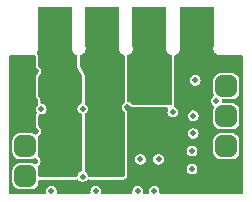
<source format=gbr>
%TF.GenerationSoftware,KiCad,Pcbnew,7.0.2-6a45011f42~172~ubuntu22.04.1*%
%TF.CreationDate,2023-05-29T23:07:21+12:00*%
%TF.ProjectId,THE_BRAWN-20A_POWER,5448455f-4252-4415-974e-2d3230415f50,v2.0*%
%TF.SameCoordinates,Original*%
%TF.FileFunction,Copper,L1,Top*%
%TF.FilePolarity,Positive*%
%FSLAX46Y46*%
G04 Gerber Fmt 4.6, Leading zero omitted, Abs format (unit mm)*
G04 Created by KiCad (PCBNEW 7.0.2-6a45011f42~172~ubuntu22.04.1) date 2023-05-29 23:07:21*
%MOMM*%
%LPD*%
G01*
G04 APERTURE LIST*
G04 Aperture macros list*
%AMRoundRect*
0 Rectangle with rounded corners*
0 $1 Rounding radius*
0 $2 $3 $4 $5 $6 $7 $8 $9 X,Y pos of 4 corners*
0 Add a 4 corners polygon primitive as box body*
4,1,4,$2,$3,$4,$5,$6,$7,$8,$9,$2,$3,0*
0 Add four circle primitives for the rounded corners*
1,1,$1+$1,$2,$3*
1,1,$1+$1,$4,$5*
1,1,$1+$1,$6,$7*
1,1,$1+$1,$8,$9*
0 Add four rect primitives between the rounded corners*
20,1,$1+$1,$2,$3,$4,$5,0*
20,1,$1+$1,$4,$5,$6,$7,0*
20,1,$1+$1,$6,$7,$8,$9,0*
20,1,$1+$1,$8,$9,$2,$3,0*%
G04 Aperture macros list end*
%TA.AperFunction,ComponentPad*%
%ADD10RoundRect,0.450000X-0.450000X-0.450000X0.450000X-0.450000X0.450000X0.450000X-0.450000X0.450000X0*%
%TD*%
%TA.AperFunction,ComponentPad*%
%ADD11C,2.000000*%
%TD*%
%TA.AperFunction,ConnectorPad*%
%ADD12R,3.000000X3.500000*%
%TD*%
%TA.AperFunction,ViaPad*%
%ADD13C,0.500000*%
%TD*%
G04 APERTURE END LIST*
D10*
%TO.P,J2,1,1*%
%TO.N,GND*%
X137000000Y-155500000D03*
%TO.P,J2,2,2*%
X137000000Y-158040000D03*
%TO.P,J2,3,3*%
%TO.N,/A_FET_N2*%
X137000000Y-160580000D03*
%TO.P,J2,4,4*%
%TO.N,/A_FET_N1*%
X137000000Y-163120000D03*
%TD*%
D11*
%TO.P,H4,1,1*%
%TO.N,/A_MOTOR-*%
X143500000Y-150500000D03*
D12*
X143500000Y-150500000D03*
%TD*%
D11*
%TO.P,H3,1,1*%
%TO.N,/A_MOTOR+*%
X139500000Y-150500000D03*
D12*
X139500000Y-150500000D03*
%TD*%
D11*
%TO.P,H2,1,1*%
%TO.N,GND*%
X151500000Y-150500000D03*
D12*
X151500000Y-150500000D03*
%TD*%
D10*
%TO.P,J1,1,1*%
%TO.N,/A_FET_N1_HS*%
X154000000Y-155500000D03*
%TO.P,J1,2,2*%
%TO.N,/A_FET_N2_HS*%
X154000000Y-158040000D03*
%TO.P,J1,3,3*%
%TO.N,VCC*%
X154000000Y-160580000D03*
%TO.P,J1,4,4*%
%TO.N,GND*%
X154000000Y-163120000D03*
%TD*%
D11*
%TO.P,H1,1,1*%
%TO.N,Net-(Q1-D)*%
X147500000Y-150500000D03*
D12*
X147500000Y-150500000D03*
%TD*%
D13*
%TO.N,/A_MOTOR+*%
X141200000Y-162800000D03*
X140300000Y-155300000D03*
X140600000Y-156800000D03*
X140600000Y-150500000D03*
X139400000Y-160800000D03*
X140300000Y-162300000D03*
X140000000Y-151850000D03*
X140000000Y-156800000D03*
X139400000Y-155800000D03*
X139100000Y-162300000D03*
X140600000Y-149150000D03*
X140000000Y-149150000D03*
X141200000Y-156800000D03*
X141200000Y-161800000D03*
X140000000Y-162800000D03*
X140600000Y-160800000D03*
X139400000Y-162800000D03*
X139700000Y-161300000D03*
X140600000Y-151850000D03*
X140000000Y-153500000D03*
X140000000Y-160800000D03*
X140600000Y-151250000D03*
X139700000Y-162300000D03*
X138800000Y-156800000D03*
X138400000Y-149150000D03*
X140000000Y-161800000D03*
X139000000Y-151850000D03*
X138400000Y-149750000D03*
X139400000Y-161800000D03*
X139000000Y-149150000D03*
X140600000Y-154800000D03*
X140300000Y-156300000D03*
X141200000Y-154800000D03*
X140000000Y-155800000D03*
X138400000Y-150500000D03*
X141200000Y-155800000D03*
X139100000Y-161300000D03*
X139700000Y-155300000D03*
X139100000Y-155300000D03*
X140600000Y-161800000D03*
X139400000Y-154800000D03*
X138400000Y-151250000D03*
X140300000Y-161300000D03*
X139700000Y-156300000D03*
X138400000Y-151850000D03*
X138800000Y-154800000D03*
X140600000Y-162800000D03*
X139100000Y-156300000D03*
X140900000Y-161300000D03*
X140600000Y-149750000D03*
X140600000Y-155800000D03*
X141200000Y-160800000D03*
X140900000Y-162300000D03*
X140900000Y-155300000D03*
X140000000Y-154800000D03*
X139400000Y-156800000D03*
X138800000Y-155800000D03*
X140900000Y-156300000D03*
%TO.N,/A_MOTOR-*%
X144950000Y-161800000D03*
X142400000Y-151850000D03*
X143150000Y-155800000D03*
X142400000Y-150500000D03*
X144650000Y-161300000D03*
X144350000Y-161800000D03*
X142400000Y-149750000D03*
X144350000Y-156800000D03*
X144600000Y-149750000D03*
X144950000Y-160800000D03*
X144050000Y-161300000D03*
X143000000Y-149150000D03*
X143150000Y-162800000D03*
X143150000Y-156800000D03*
X142850000Y-161300000D03*
X144050000Y-155300000D03*
X142550000Y-156800000D03*
X142400000Y-149150000D03*
X143750000Y-162800000D03*
X144000000Y-149150000D03*
X142400000Y-151250000D03*
X142550000Y-154800000D03*
X144350000Y-162800000D03*
X142550000Y-162800000D03*
X143450000Y-156300000D03*
X143750000Y-154800000D03*
X143450000Y-162300000D03*
X144050000Y-162300000D03*
X144350000Y-160800000D03*
X144000000Y-151850000D03*
X144950000Y-154800000D03*
X142850000Y-156300000D03*
X143150000Y-160800000D03*
X144650000Y-156300000D03*
X144650000Y-162300000D03*
X143000000Y-151850000D03*
X143450000Y-161300000D03*
X142550000Y-161800000D03*
X142550000Y-160800000D03*
X143750000Y-155800000D03*
X143450000Y-155300000D03*
X144950000Y-155800000D03*
X144350000Y-155800000D03*
X144950000Y-162800000D03*
X143000000Y-153500000D03*
X142850000Y-162300000D03*
X143150000Y-161800000D03*
X143750000Y-161800000D03*
X144600000Y-150500000D03*
X144600000Y-151250000D03*
X144050000Y-156300000D03*
X144650000Y-155300000D03*
X144600000Y-151850000D03*
X144950000Y-156800000D03*
X143750000Y-160800000D03*
X143750000Y-156800000D03*
X142550000Y-155800000D03*
X142850000Y-155300000D03*
X143150000Y-154800000D03*
X144600000Y-149150000D03*
X144350000Y-154800000D03*
%TO.N,VCC*%
X149475000Y-157700000D03*
%TO.N,GND*%
X137820230Y-161849775D03*
X152600000Y-150500000D03*
X135950000Y-153200000D03*
X154900000Y-159300000D03*
X136100000Y-161850000D03*
X152700000Y-164400000D03*
X151000000Y-151850000D03*
X145150000Y-164400000D03*
X152000000Y-149150000D03*
X136125000Y-159300000D03*
X153150000Y-161850000D03*
X152000000Y-164400000D03*
X141400000Y-164400000D03*
X150400000Y-149750000D03*
X138300000Y-164400000D03*
X150400000Y-149150000D03*
X152600000Y-149750000D03*
X139900000Y-164400000D03*
X152000000Y-151850000D03*
X140650000Y-164400000D03*
X142250000Y-164400000D03*
X154900000Y-161850000D03*
X145800000Y-164400000D03*
X155000000Y-153200000D03*
X155050000Y-164300000D03*
X154900000Y-156775000D03*
X152600000Y-151250000D03*
X137850000Y-154250000D03*
X149900000Y-164400000D03*
X148599503Y-164400000D03*
X153100000Y-154250000D03*
X150400000Y-151850000D03*
X150400000Y-150500000D03*
X152600000Y-149150000D03*
X136075000Y-156775000D03*
X151000000Y-149150000D03*
X137850000Y-159300000D03*
X151000000Y-153500000D03*
X150600000Y-164400000D03*
X152600000Y-151850000D03*
X147200498Y-164400000D03*
X153150000Y-159300000D03*
X145625000Y-157285000D03*
X150400000Y-151250000D03*
X151300000Y-164400000D03*
X149250000Y-164400000D03*
X136075000Y-154250000D03*
X143825000Y-164400000D03*
X135950000Y-164300000D03*
X144500000Y-164400000D03*
X154900000Y-154250000D03*
X137825000Y-156775000D03*
%TO.N,/A_FET_P1*%
X138336801Y-157439387D03*
X146725000Y-161700000D03*
X151200000Y-159500000D03*
%TO.N,/A_FET_N1*%
X151100000Y-161000000D03*
X139200000Y-164400000D03*
%TO.N,/A_FET_N1_HS*%
X151374500Y-155000000D03*
X146500000Y-164400000D03*
%TO.N,/A_FET_N2_HS*%
X147900001Y-164400000D03*
X153147731Y-156754538D03*
%TO.N,/A_FET_P2*%
X151200000Y-158000000D03*
X148275000Y-161700000D03*
X141850000Y-157400000D03*
%TO.N,/A_FET_N2*%
X141842774Y-163152480D03*
X142950000Y-164400000D03*
X151100000Y-162500000D03*
%TO.N,Net-(Q1-D)*%
X147850000Y-156300000D03*
X148750000Y-154800000D03*
X146950000Y-154800000D03*
X146350000Y-155800000D03*
X147950000Y-151850000D03*
X148450000Y-156300000D03*
X146650000Y-155300000D03*
X148550000Y-150500000D03*
X148550000Y-151850000D03*
X146950000Y-156800000D03*
X146350000Y-151250000D03*
X146950000Y-149150000D03*
X147550000Y-156800000D03*
X148550000Y-149750000D03*
X148150000Y-156800000D03*
X146350000Y-149150000D03*
X146350000Y-151850000D03*
X148450000Y-155300000D03*
X146350000Y-149750000D03*
X146950000Y-151850000D03*
X146350000Y-154800000D03*
X148750000Y-155800000D03*
X148150000Y-154800000D03*
X146350000Y-150500000D03*
X146650000Y-156300000D03*
X147250000Y-156300000D03*
X147850000Y-155300000D03*
X147250000Y-155300000D03*
X147550000Y-155800000D03*
X148750000Y-156800000D03*
X148550000Y-151250000D03*
X147950000Y-149150000D03*
X148150000Y-155800000D03*
X148550000Y-149150000D03*
X147550000Y-154800000D03*
X146350000Y-156800000D03*
X148000000Y-153500000D03*
X146950000Y-155800000D03*
%TD*%
%TA.AperFunction,Conductor*%
%TO.N,/A_MOTOR+*%
G36*
X140842539Y-148870185D02*
G01*
X140888294Y-148922989D01*
X140899500Y-148974500D01*
X140899500Y-152317660D01*
X140929610Y-152449587D01*
X140988324Y-152571505D01*
X140988325Y-152571507D01*
X141072695Y-152677305D01*
X141178493Y-152761675D01*
X141300412Y-152820389D01*
X141300414Y-152820389D01*
X141313001Y-152826451D01*
X141312337Y-152827827D01*
X141359068Y-152853965D01*
X141391928Y-152915625D01*
X141394500Y-152940750D01*
X141394500Y-152942005D01*
X141394500Y-153770727D01*
X141394916Y-153774300D01*
X141399168Y-153810821D01*
X141400000Y-153825161D01*
X141400000Y-153900000D01*
X141781409Y-154662818D01*
X141794500Y-154718272D01*
X141794500Y-156853951D01*
X141774815Y-156920990D01*
X141722011Y-156966745D01*
X141705434Y-156972928D01*
X141660931Y-156985994D01*
X141551950Y-157056033D01*
X141467118Y-157153935D01*
X141413302Y-157271773D01*
X141394867Y-157400000D01*
X141413302Y-157528226D01*
X141467118Y-157646064D01*
X141501247Y-157685451D01*
X141551951Y-157743967D01*
X141660931Y-157814004D01*
X141705433Y-157827070D01*
X141764211Y-157864843D01*
X141793238Y-157928399D01*
X141794500Y-157946048D01*
X141794500Y-162604309D01*
X141774815Y-162671348D01*
X141722011Y-162717103D01*
X141705435Y-162723286D01*
X141653705Y-162738475D01*
X141544724Y-162808513D01*
X141459892Y-162906415D01*
X141406076Y-163024253D01*
X141396100Y-163093646D01*
X141367075Y-163157202D01*
X141308297Y-163194977D01*
X141273362Y-163200000D01*
X138224500Y-163200000D01*
X138157461Y-163180315D01*
X138111706Y-163127511D01*
X138100500Y-163076000D01*
X138100500Y-162606751D01*
X138100500Y-162606750D01*
X138100500Y-162604306D01*
X138100308Y-162601870D01*
X138100213Y-162599443D01*
X138100323Y-162601315D01*
X138100000Y-162593078D01*
X138100000Y-162261086D01*
X138119685Y-162194047D01*
X138130287Y-162179884D01*
X138203111Y-162095839D01*
X138203110Y-162095839D01*
X138203112Y-162095838D01*
X138256927Y-161978001D01*
X138275363Y-161849775D01*
X138256927Y-161721549D01*
X138238180Y-161680500D01*
X138203112Y-161603712D01*
X138130286Y-161519665D01*
X138101262Y-161456109D01*
X138100000Y-161438463D01*
X138100000Y-161106922D01*
X138100323Y-161098691D01*
X138100213Y-161100558D01*
X138100308Y-161098129D01*
X138100500Y-161095694D01*
X138100500Y-160064306D01*
X138100308Y-160061870D01*
X138100213Y-160059443D01*
X138100323Y-160061315D01*
X138100000Y-160053078D01*
X138100000Y-159742555D01*
X138119685Y-159675516D01*
X138137116Y-159658086D01*
X138136373Y-159657442D01*
X138175818Y-159611919D01*
X138232882Y-159546063D01*
X138286697Y-159428226D01*
X138305133Y-159300000D01*
X138286697Y-159171774D01*
X138272414Y-159140500D01*
X138232882Y-159053937D01*
X138136374Y-158942559D01*
X138138629Y-158940604D01*
X138111203Y-158908949D01*
X138100000Y-158857444D01*
X138100000Y-158566922D01*
X138100323Y-158558691D01*
X138100213Y-158560558D01*
X138100308Y-158558129D01*
X138100500Y-158555694D01*
X138100500Y-158005165D01*
X138120185Y-157938127D01*
X138172989Y-157892372D01*
X138242147Y-157882428D01*
X138259432Y-157886188D01*
X138272029Y-157889887D01*
X138401574Y-157889887D01*
X138525869Y-157853392D01*
X138573103Y-157823036D01*
X138634850Y-157783354D01*
X138719683Y-157685450D01*
X138773498Y-157567613D01*
X138791934Y-157439387D01*
X138773498Y-157311161D01*
X138755510Y-157271774D01*
X138719682Y-157193322D01*
X138634850Y-157095420D01*
X138525869Y-157025381D01*
X138401574Y-156988887D01*
X138401573Y-156988887D01*
X138392485Y-156988887D01*
X138325446Y-156969202D01*
X138279691Y-156916398D01*
X138269747Y-156847241D01*
X138273731Y-156819520D01*
X138280133Y-156775000D01*
X138261697Y-156646774D01*
X138207882Y-156528937D01*
X138130286Y-156439385D01*
X138101262Y-156375829D01*
X138100000Y-156358183D01*
X138100000Y-156026922D01*
X138100323Y-156018691D01*
X138100213Y-156020558D01*
X138100308Y-156018129D01*
X138100500Y-156015694D01*
X138100500Y-154984306D01*
X138100308Y-154981870D01*
X138100213Y-154979443D01*
X138100323Y-154981315D01*
X138100000Y-154973078D01*
X138100000Y-154692555D01*
X138119685Y-154625516D01*
X138137116Y-154608086D01*
X138136373Y-154607442D01*
X138148049Y-154593967D01*
X138232882Y-154496063D01*
X138286697Y-154378226D01*
X138305133Y-154250000D01*
X138286697Y-154121774D01*
X138232882Y-154003937D01*
X138148049Y-153906033D01*
X138136374Y-153892559D01*
X138138629Y-153890604D01*
X138111203Y-153858949D01*
X138100000Y-153807444D01*
X138100000Y-152900000D01*
X137983478Y-152783478D01*
X137949993Y-152722155D01*
X137954977Y-152652463D01*
X137974209Y-152618488D01*
X138011675Y-152571507D01*
X138070389Y-152449588D01*
X138100500Y-152317660D01*
X138100500Y-152250000D01*
X138100500Y-152223071D01*
X138100500Y-148974500D01*
X138120185Y-148907461D01*
X138172989Y-148861706D01*
X138224500Y-148850500D01*
X140775500Y-148850500D01*
X140842539Y-148870185D01*
G37*
%TD.AperFunction*%
%TD*%
%TA.AperFunction,Conductor*%
%TO.N,/A_MOTOR-*%
G36*
X144842539Y-148870185D02*
G01*
X144888294Y-148922989D01*
X144899500Y-148974500D01*
X144899500Y-152317660D01*
X144929610Y-152449587D01*
X144988324Y-152571505D01*
X144988325Y-152571507D01*
X145072695Y-152677305D01*
X145178493Y-152761675D01*
X145300412Y-152820389D01*
X145303590Y-152821114D01*
X145364567Y-152855219D01*
X145397428Y-152916879D01*
X145400000Y-152942005D01*
X145400000Y-156826378D01*
X145380315Y-156893417D01*
X145343042Y-156930691D01*
X145333782Y-156936642D01*
X145326949Y-156941034D01*
X145242118Y-157038935D01*
X145188302Y-157156773D01*
X145169867Y-157285000D01*
X145188302Y-157413226D01*
X145242117Y-157531062D01*
X145326951Y-157628967D01*
X145343039Y-157639306D01*
X145388794Y-157692110D01*
X145400000Y-157743622D01*
X145400000Y-163076000D01*
X145380315Y-163143039D01*
X145327511Y-163188794D01*
X145276000Y-163200000D01*
X142412186Y-163200000D01*
X142345147Y-163180315D01*
X142299392Y-163127511D01*
X142289448Y-163093646D01*
X142279471Y-163024253D01*
X142225655Y-162906415D01*
X142140823Y-162808513D01*
X142056960Y-162754617D01*
X142011205Y-162701813D01*
X142000000Y-162650302D01*
X142000000Y-157906821D01*
X142019685Y-157839782D01*
X142056961Y-157802506D01*
X142094886Y-157778132D01*
X142148049Y-157743967D01*
X142232882Y-157646063D01*
X142286697Y-157528226D01*
X142305133Y-157400000D01*
X142286697Y-157271774D01*
X142276981Y-157250500D01*
X142232881Y-157153935D01*
X142148048Y-157056032D01*
X142056961Y-156997494D01*
X142011206Y-156944690D01*
X142000000Y-156893179D01*
X142000000Y-154599999D01*
X141613091Y-153826181D01*
X141600000Y-153770727D01*
X141600000Y-152942005D01*
X141619685Y-152874966D01*
X141672489Y-152829211D01*
X141696403Y-152821115D01*
X141699588Y-152820389D01*
X141821507Y-152761675D01*
X141927305Y-152677305D01*
X142011675Y-152571507D01*
X142070389Y-152449588D01*
X142100500Y-152317660D01*
X142100500Y-152250000D01*
X142100500Y-152223071D01*
X142100500Y-148974500D01*
X142120185Y-148907461D01*
X142172989Y-148861706D01*
X142224500Y-148850500D01*
X144775500Y-148850500D01*
X144842539Y-148870185D01*
G37*
%TD.AperFunction*%
%TD*%
%TA.AperFunction,Conductor*%
%TO.N,GND*%
G36*
X152842539Y-148870185D02*
G01*
X152888294Y-148922989D01*
X152899500Y-148974500D01*
X152899500Y-152317660D01*
X152929610Y-152449587D01*
X152988324Y-152571505D01*
X152988325Y-152571507D01*
X153072695Y-152677305D01*
X153178493Y-152761675D01*
X153300411Y-152820388D01*
X153300412Y-152820389D01*
X153432339Y-152850500D01*
X153432340Y-152850500D01*
X153484083Y-152850500D01*
X155275500Y-152850500D01*
X155342539Y-152870185D01*
X155388294Y-152922989D01*
X155399500Y-152974500D01*
X155399500Y-164525500D01*
X155379815Y-164592539D01*
X155327011Y-164638294D01*
X155275500Y-164649500D01*
X148462365Y-164649500D01*
X148395326Y-164629815D01*
X148349571Y-164577011D01*
X148339627Y-164507853D01*
X148355134Y-164400000D01*
X148336698Y-164271774D01*
X148311956Y-164217598D01*
X148282882Y-164153935D01*
X148198050Y-164056033D01*
X148089069Y-163985994D01*
X147964774Y-163949500D01*
X147964773Y-163949500D01*
X147835229Y-163949500D01*
X147835228Y-163949500D01*
X147710932Y-163985994D01*
X147601951Y-164056033D01*
X147517119Y-164153935D01*
X147463303Y-164271773D01*
X147444868Y-164399999D01*
X147460375Y-164507853D01*
X147450431Y-164577012D01*
X147404676Y-164629816D01*
X147337637Y-164649500D01*
X147062364Y-164649500D01*
X146995325Y-164629815D01*
X146949570Y-164577011D01*
X146939626Y-164507853D01*
X146955133Y-164400000D01*
X146936697Y-164271774D01*
X146911955Y-164217598D01*
X146882881Y-164153935D01*
X146798049Y-164056033D01*
X146689068Y-163985994D01*
X146564773Y-163949500D01*
X146564772Y-163949500D01*
X146435228Y-163949500D01*
X146435227Y-163949500D01*
X146310931Y-163985994D01*
X146201950Y-164056033D01*
X146117118Y-164153935D01*
X146063302Y-164271773D01*
X146044867Y-164399999D01*
X146060374Y-164507853D01*
X146050430Y-164577012D01*
X146004675Y-164629816D01*
X145937636Y-164649500D01*
X143512364Y-164649500D01*
X143445325Y-164629815D01*
X143399570Y-164577011D01*
X143389626Y-164507853D01*
X143405133Y-164400000D01*
X143386697Y-164271774D01*
X143361955Y-164217598D01*
X143332881Y-164153935D01*
X143248049Y-164056033D01*
X143139068Y-163985994D01*
X143014773Y-163949500D01*
X143014772Y-163949500D01*
X142885228Y-163949500D01*
X142885227Y-163949500D01*
X142760931Y-163985994D01*
X142651950Y-164056033D01*
X142567118Y-164153935D01*
X142513302Y-164271773D01*
X142494867Y-164399999D01*
X142510374Y-164507853D01*
X142500430Y-164577012D01*
X142454675Y-164629816D01*
X142387636Y-164649500D01*
X139762364Y-164649500D01*
X139695325Y-164629815D01*
X139649570Y-164577011D01*
X139639626Y-164507853D01*
X139655133Y-164400000D01*
X139636697Y-164271774D01*
X139611955Y-164217598D01*
X139582881Y-164153935D01*
X139498049Y-164056033D01*
X139389068Y-163985994D01*
X139264773Y-163949500D01*
X139264772Y-163949500D01*
X139135228Y-163949500D01*
X139135227Y-163949500D01*
X139010931Y-163985994D01*
X138901950Y-164056033D01*
X138817118Y-164153935D01*
X138763302Y-164271773D01*
X138744867Y-164399999D01*
X138760374Y-164507853D01*
X138750430Y-164577012D01*
X138704675Y-164629816D01*
X138637636Y-164649500D01*
X135724500Y-164649500D01*
X135657461Y-164629815D01*
X135611706Y-164577011D01*
X135600500Y-164525500D01*
X135600500Y-152974500D01*
X135620185Y-152907461D01*
X135672989Y-152861706D01*
X135724500Y-152850500D01*
X137567659Y-152850500D01*
X137567660Y-152850500D01*
X137670284Y-152827077D01*
X137740020Y-152831350D01*
X137796378Y-152872649D01*
X137797934Y-152875043D01*
X137838166Y-152928786D01*
X137838167Y-152928787D01*
X137838168Y-152928788D01*
X137858181Y-152948801D01*
X137891666Y-153010122D01*
X137894500Y-153036482D01*
X137894500Y-153807444D01*
X137894852Y-153810722D01*
X137894853Y-153810734D01*
X137898839Y-153847815D01*
X137898840Y-153847824D01*
X137899195Y-153851122D01*
X137899901Y-153854370D01*
X137899902Y-153854373D01*
X137910398Y-153902627D01*
X137910765Y-153904172D01*
X137912871Y-153912775D01*
X137955889Y-153993514D01*
X137965608Y-154004731D01*
X137980708Y-154026719D01*
X138046553Y-154102710D01*
X138065631Y-154132396D01*
X138080087Y-154164050D01*
X138090031Y-154197915D01*
X138094982Y-154232354D01*
X138094982Y-154267644D01*
X138090031Y-154302083D01*
X138080087Y-154335951D01*
X138065633Y-154367600D01*
X138046553Y-154397288D01*
X137981065Y-154472868D01*
X137984015Y-154469267D01*
X137975515Y-154479048D01*
X137974890Y-154479689D01*
X137974379Y-154480201D01*
X137973835Y-154480773D01*
X137973335Y-154481287D01*
X137967167Y-154487781D01*
X137922509Y-154567618D01*
X137909660Y-154611378D01*
X137902825Y-154634657D01*
X137894500Y-154692555D01*
X137894500Y-154973078D01*
X137894552Y-154975777D01*
X137894457Y-154976944D01*
X137894905Y-154988373D01*
X137895000Y-154993225D01*
X137895000Y-156007251D01*
X137894918Y-156011275D01*
X137894870Y-156012527D01*
X137894885Y-156012611D01*
X137894454Y-156023248D01*
X137894548Y-156024463D01*
X137894500Y-156026922D01*
X137894500Y-156351865D01*
X137894500Y-156358192D01*
X137894559Y-156360402D01*
X137895024Y-156372842D01*
X137895162Y-156375043D01*
X137896274Y-156390442D01*
X137914331Y-156461195D01*
X137943354Y-156524749D01*
X137974979Y-156573960D01*
X138021552Y-156627709D01*
X138040631Y-156657396D01*
X138055087Y-156689050D01*
X138065031Y-156722915D01*
X138069982Y-156757355D01*
X138069983Y-156792642D01*
X138066338Y-156817999D01*
X138066338Y-156876487D01*
X138076013Y-156943774D01*
X138076017Y-156943800D01*
X138076283Y-156945646D01*
X138076661Y-156947477D01*
X138076666Y-156947501D01*
X138081975Y-156973161D01*
X138076279Y-157042798D01*
X138047971Y-157079818D01*
X138050427Y-157081946D01*
X137953919Y-157193322D01*
X137900103Y-157311160D01*
X137881668Y-157439386D01*
X137900103Y-157567613D01*
X137961325Y-157701667D01*
X137957579Y-157703377D01*
X137973373Y-157737951D01*
X137963436Y-157807110D01*
X137958857Y-157816143D01*
X137923011Y-157880226D01*
X137923010Y-157880228D01*
X137923010Y-157880229D01*
X137903325Y-157947267D01*
X137895743Y-158000000D01*
X137895000Y-158005168D01*
X137895000Y-158547251D01*
X137894918Y-158551275D01*
X137894870Y-158552527D01*
X137894885Y-158552611D01*
X137894454Y-158563248D01*
X137894548Y-158564463D01*
X137894500Y-158566922D01*
X137894500Y-158857444D01*
X137894852Y-158860722D01*
X137894853Y-158860734D01*
X137898839Y-158897815D01*
X137898840Y-158897824D01*
X137899195Y-158901122D01*
X137899901Y-158904370D01*
X137899902Y-158904373D01*
X137910398Y-158952627D01*
X137910765Y-158954172D01*
X137912871Y-158962775D01*
X137912884Y-158962799D01*
X137955889Y-159043514D01*
X137961075Y-159049500D01*
X137965608Y-159054731D01*
X137980708Y-159076719D01*
X138046553Y-159152710D01*
X138065631Y-159182396D01*
X138080087Y-159214050D01*
X138090031Y-159247915D01*
X138094982Y-159282354D01*
X138094982Y-159317644D01*
X138090031Y-159352083D01*
X138080087Y-159385951D01*
X138065633Y-159417600D01*
X138046553Y-159447288D01*
X137981065Y-159522868D01*
X137984015Y-159519267D01*
X137975515Y-159529048D01*
X137974890Y-159529689D01*
X137974379Y-159530201D01*
X137973835Y-159530773D01*
X137973335Y-159531287D01*
X137956427Y-159549093D01*
X137955104Y-159547836D01*
X137919440Y-159582775D01*
X137851018Y-159596926D01*
X137798013Y-159580071D01*
X137710398Y-159528256D01*
X137710397Y-159528255D01*
X137710396Y-159528255D01*
X137552572Y-159482402D01*
X137518128Y-159479691D01*
X137518114Y-159479690D01*
X137515694Y-159479500D01*
X136484306Y-159479500D01*
X136481886Y-159479690D01*
X136481871Y-159479691D01*
X136447427Y-159482402D01*
X136289602Y-159528255D01*
X136148134Y-159611919D01*
X136031919Y-159728134D01*
X135948255Y-159869602D01*
X135902402Y-160027427D01*
X135899691Y-160061871D01*
X135899690Y-160061886D01*
X135899500Y-160064306D01*
X135899500Y-161095694D01*
X135899690Y-161098114D01*
X135899691Y-161098128D01*
X135902402Y-161132572D01*
X135948255Y-161290397D01*
X135948256Y-161290398D01*
X136031919Y-161431865D01*
X136148135Y-161548081D01*
X136188198Y-161571774D01*
X136289602Y-161631744D01*
X136447427Y-161677597D01*
X136447431Y-161677598D01*
X136484306Y-161680500D01*
X136486751Y-161680500D01*
X137513249Y-161680500D01*
X137515694Y-161680500D01*
X137552569Y-161677598D01*
X137710398Y-161631744D01*
X137788798Y-161585378D01*
X137856520Y-161568195D01*
X137922782Y-161590354D01*
X137956234Y-161625072D01*
X137974977Y-161654238D01*
X138016782Y-161702484D01*
X138035861Y-161732171D01*
X138050317Y-161763825D01*
X138060261Y-161797690D01*
X138065212Y-161832129D01*
X138065212Y-161867420D01*
X138060261Y-161901857D01*
X138050316Y-161935724D01*
X138035859Y-161967379D01*
X138016781Y-161997066D01*
X137974979Y-162045311D01*
X137974918Y-162045385D01*
X137973563Y-162047036D01*
X137965774Y-162056735D01*
X137964440Y-162058485D01*
X137948524Y-162079780D01*
X137945231Y-162077315D01*
X137912054Y-162112851D01*
X137844330Y-162130036D01*
X137785808Y-162112853D01*
X137710397Y-162068255D01*
X137552572Y-162022402D01*
X137518128Y-162019691D01*
X137518114Y-162019690D01*
X137515694Y-162019500D01*
X136484306Y-162019500D01*
X136481886Y-162019690D01*
X136481871Y-162019691D01*
X136447427Y-162022402D01*
X136289602Y-162068255D01*
X136148134Y-162151919D01*
X136031919Y-162268134D01*
X135948255Y-162409602D01*
X135902402Y-162567427D01*
X135899691Y-162601871D01*
X135899690Y-162601886D01*
X135899500Y-162604306D01*
X135899500Y-163635694D01*
X135899690Y-163638114D01*
X135899691Y-163638128D01*
X135902402Y-163672572D01*
X135948255Y-163830397D01*
X135948256Y-163830398D01*
X136031919Y-163971865D01*
X136148135Y-164088081D01*
X136259492Y-164153937D01*
X136289602Y-164171744D01*
X136447427Y-164217597D01*
X136447431Y-164217598D01*
X136484306Y-164220500D01*
X136486751Y-164220500D01*
X137513249Y-164220500D01*
X137515694Y-164220500D01*
X137552569Y-164217598D01*
X137710398Y-164171744D01*
X137851865Y-164088081D01*
X137968081Y-163971865D01*
X138051744Y-163830398D01*
X138097598Y-163672569D01*
X138100500Y-163635694D01*
X138100500Y-163529499D01*
X138120185Y-163462461D01*
X138172989Y-163416706D01*
X138224500Y-163405500D01*
X141271148Y-163405500D01*
X141273362Y-163405500D01*
X141302608Y-163403408D01*
X141337543Y-163398385D01*
X141349235Y-163394023D01*
X141418925Y-163389037D01*
X141480250Y-163422519D01*
X141486263Y-163428978D01*
X141544725Y-163496447D01*
X141587361Y-163523848D01*
X141653705Y-163566485D01*
X141778001Y-163602980D01*
X141778002Y-163602980D01*
X141907547Y-163602980D01*
X142031842Y-163566485D01*
X142051313Y-163553971D01*
X142140823Y-163496447D01*
X142200506Y-163427568D01*
X142259280Y-163389794D01*
X142329147Y-163389793D01*
X142354288Y-163397175D01*
X142412186Y-163405500D01*
X142412190Y-163405500D01*
X145272678Y-163405500D01*
X145276000Y-163405500D01*
X145319684Y-163400803D01*
X145371195Y-163389597D01*
X145372732Y-163389232D01*
X145381350Y-163387121D01*
X145381368Y-163387111D01*
X145381373Y-163387110D01*
X145462085Y-163344100D01*
X145514889Y-163298345D01*
X145532843Y-163280754D01*
X145577490Y-163200937D01*
X145597175Y-163133898D01*
X145605500Y-163076000D01*
X145605500Y-162500000D01*
X150644867Y-162500000D01*
X150663302Y-162628226D01*
X150717118Y-162746064D01*
X150801950Y-162843966D01*
X150801951Y-162843967D01*
X150830640Y-162862404D01*
X150910931Y-162914005D01*
X151035227Y-162950500D01*
X151035228Y-162950500D01*
X151164773Y-162950500D01*
X151289068Y-162914005D01*
X151317758Y-162895566D01*
X151398049Y-162843967D01*
X151482882Y-162746063D01*
X151536697Y-162628226D01*
X151555133Y-162500000D01*
X151536697Y-162371774D01*
X151482882Y-162253937D01*
X151482881Y-162253936D01*
X151482881Y-162253935D01*
X151398049Y-162156033D01*
X151289068Y-162085994D01*
X151164773Y-162049500D01*
X151164772Y-162049500D01*
X151035228Y-162049500D01*
X151035227Y-162049500D01*
X150910931Y-162085994D01*
X150801950Y-162156033D01*
X150717118Y-162253935D01*
X150663302Y-162371773D01*
X150644867Y-162500000D01*
X145605500Y-162500000D01*
X145605500Y-161700000D01*
X146269867Y-161700000D01*
X146288302Y-161828226D01*
X146342118Y-161946064D01*
X146405916Y-162019691D01*
X146426951Y-162043967D01*
X146449542Y-162058485D01*
X146535931Y-162114005D01*
X146660227Y-162150500D01*
X146660228Y-162150500D01*
X146789773Y-162150500D01*
X146914068Y-162114005D01*
X146957650Y-162085996D01*
X147023049Y-162043967D01*
X147107882Y-161946063D01*
X147161697Y-161828226D01*
X147180133Y-161700000D01*
X147819867Y-161700000D01*
X147838302Y-161828226D01*
X147892118Y-161946064D01*
X147955916Y-162019691D01*
X147976951Y-162043967D01*
X147999542Y-162058485D01*
X148085931Y-162114005D01*
X148210227Y-162150500D01*
X148210228Y-162150500D01*
X148339773Y-162150500D01*
X148464068Y-162114005D01*
X148507650Y-162085996D01*
X148573049Y-162043967D01*
X148657882Y-161946063D01*
X148711697Y-161828226D01*
X148730133Y-161700000D01*
X148711697Y-161571774D01*
X148700876Y-161548080D01*
X148657881Y-161453935D01*
X148573049Y-161356033D01*
X148464068Y-161285994D01*
X148339773Y-161249500D01*
X148339772Y-161249500D01*
X148210228Y-161249500D01*
X148210227Y-161249500D01*
X148085931Y-161285994D01*
X147976950Y-161356033D01*
X147892118Y-161453935D01*
X147838302Y-161571773D01*
X147819867Y-161700000D01*
X147180133Y-161700000D01*
X147161697Y-161571774D01*
X147150876Y-161548080D01*
X147107881Y-161453935D01*
X147023049Y-161356033D01*
X146914068Y-161285994D01*
X146789773Y-161249500D01*
X146789772Y-161249500D01*
X146660228Y-161249500D01*
X146660227Y-161249500D01*
X146535931Y-161285994D01*
X146426950Y-161356033D01*
X146342118Y-161453935D01*
X146288302Y-161571773D01*
X146269867Y-161700000D01*
X145605500Y-161700000D01*
X145605500Y-161000000D01*
X150644867Y-161000000D01*
X150663302Y-161128226D01*
X150717118Y-161246064D01*
X150801950Y-161343966D01*
X150801951Y-161343967D01*
X150820726Y-161356033D01*
X150910931Y-161414005D01*
X151035227Y-161450500D01*
X151035228Y-161450500D01*
X151164773Y-161450500D01*
X151289068Y-161414005D01*
X151317758Y-161395566D01*
X151398049Y-161343967D01*
X151482882Y-161246063D01*
X151536697Y-161128226D01*
X151541374Y-161095694D01*
X152899500Y-161095694D01*
X152899690Y-161098114D01*
X152899691Y-161098128D01*
X152902402Y-161132572D01*
X152948255Y-161290397D01*
X152948256Y-161290398D01*
X153031919Y-161431865D01*
X153148135Y-161548081D01*
X153188198Y-161571774D01*
X153289602Y-161631744D01*
X153447427Y-161677597D01*
X153447431Y-161677598D01*
X153484306Y-161680500D01*
X153486751Y-161680500D01*
X154513249Y-161680500D01*
X154515694Y-161680500D01*
X154552569Y-161677598D01*
X154710398Y-161631744D01*
X154851865Y-161548081D01*
X154968081Y-161431865D01*
X155051744Y-161290398D01*
X155097598Y-161132569D01*
X155100500Y-161095694D01*
X155100500Y-160064306D01*
X155097598Y-160027431D01*
X155051744Y-159869602D01*
X154968081Y-159728135D01*
X154851865Y-159611919D01*
X154745632Y-159549093D01*
X154710397Y-159528255D01*
X154552572Y-159482402D01*
X154518128Y-159479691D01*
X154518114Y-159479690D01*
X154515694Y-159479500D01*
X153484306Y-159479500D01*
X153481886Y-159479690D01*
X153481871Y-159479691D01*
X153447427Y-159482402D01*
X153289602Y-159528255D01*
X153148134Y-159611919D01*
X153031919Y-159728134D01*
X152948255Y-159869602D01*
X152902402Y-160027427D01*
X152899691Y-160061871D01*
X152899690Y-160061886D01*
X152899500Y-160064306D01*
X152899500Y-161095694D01*
X151541374Y-161095694D01*
X151555133Y-161000000D01*
X151536697Y-160871774D01*
X151482882Y-160753937D01*
X151482881Y-160753936D01*
X151482881Y-160753935D01*
X151398049Y-160656033D01*
X151289068Y-160585994D01*
X151164773Y-160549500D01*
X151164772Y-160549500D01*
X151035228Y-160549500D01*
X151035227Y-160549500D01*
X150910931Y-160585994D01*
X150801950Y-160656033D01*
X150717118Y-160753935D01*
X150663302Y-160871773D01*
X150644867Y-161000000D01*
X145605500Y-161000000D01*
X145605500Y-159500000D01*
X150744867Y-159500000D01*
X150763302Y-159628226D01*
X150817118Y-159746064D01*
X150901950Y-159843966D01*
X150901951Y-159843967D01*
X150930640Y-159862404D01*
X151010931Y-159914005D01*
X151135227Y-159950500D01*
X151135228Y-159950500D01*
X151264773Y-159950500D01*
X151389068Y-159914005D01*
X151417758Y-159895566D01*
X151498049Y-159843967D01*
X151582882Y-159746063D01*
X151636697Y-159628226D01*
X151655133Y-159500000D01*
X151636697Y-159371774D01*
X151635764Y-159369732D01*
X151582881Y-159253935D01*
X151498049Y-159156033D01*
X151389068Y-159085994D01*
X151264773Y-159049500D01*
X151264772Y-159049500D01*
X151135228Y-159049500D01*
X151135227Y-159049500D01*
X151010931Y-159085994D01*
X150901950Y-159156033D01*
X150817118Y-159253935D01*
X150763302Y-159371773D01*
X150744867Y-159500000D01*
X145605500Y-159500000D01*
X145605500Y-157743622D01*
X145600803Y-157699939D01*
X145589597Y-157648427D01*
X145589230Y-157646881D01*
X145587122Y-157638270D01*
X145544100Y-157557535D01*
X145498347Y-157504734D01*
X145476431Y-157485743D01*
X145463921Y-157473233D01*
X145428442Y-157432287D01*
X145409366Y-157402602D01*
X145394911Y-157370951D01*
X145384969Y-157337092D01*
X145380016Y-157302638D01*
X145380016Y-157267359D01*
X145384969Y-157232904D01*
X145394909Y-157199052D01*
X145409371Y-157167385D01*
X145428445Y-157137707D01*
X145459750Y-157101578D01*
X145475651Y-157086235D01*
X145488354Y-157075999D01*
X145503432Y-157060920D01*
X145564750Y-157027433D01*
X145627765Y-157031935D01*
X145628162Y-157030585D01*
X145634366Y-157032406D01*
X145634442Y-157032412D01*
X145634581Y-157032469D01*
X145636668Y-157033081D01*
X145636673Y-157033084D01*
X145710718Y-157054824D01*
X145742823Y-157069486D01*
X145772094Y-157088298D01*
X145798766Y-157111410D01*
X145864250Y-157186983D01*
X145866808Y-157189340D01*
X145866812Y-157189344D01*
X145882345Y-157203656D01*
X145891601Y-157213198D01*
X145890588Y-157212064D01*
X145891858Y-157213442D01*
X145893111Y-157214888D01*
X145910704Y-157232843D01*
X145990521Y-157277490D01*
X146057560Y-157297175D01*
X146115458Y-157305500D01*
X148966959Y-157305500D01*
X149033998Y-157325185D01*
X149079753Y-157377989D01*
X149089697Y-157447147D01*
X149079753Y-157481012D01*
X149038302Y-157571773D01*
X149019867Y-157700000D01*
X149038302Y-157828226D01*
X149092118Y-157946064D01*
X149143329Y-158005165D01*
X149176951Y-158043967D01*
X149205640Y-158062404D01*
X149285931Y-158114005D01*
X149410227Y-158150500D01*
X149410228Y-158150500D01*
X149539773Y-158150500D01*
X149664068Y-158114005D01*
X149692758Y-158095566D01*
X149773049Y-158043967D01*
X149811146Y-158000000D01*
X150744867Y-158000000D01*
X150763302Y-158128226D01*
X150817118Y-158246064D01*
X150901950Y-158343966D01*
X150901951Y-158343967D01*
X150930640Y-158362404D01*
X151010931Y-158414005D01*
X151135227Y-158450500D01*
X151135228Y-158450500D01*
X151264773Y-158450500D01*
X151389068Y-158414005D01*
X151417758Y-158395566D01*
X151498049Y-158343967D01*
X151582882Y-158246063D01*
X151636697Y-158128226D01*
X151655133Y-158000000D01*
X151636697Y-157871774D01*
X151582882Y-157753937D01*
X151582881Y-157753936D01*
X151582881Y-157753935D01*
X151498049Y-157656033D01*
X151389068Y-157585994D01*
X151264773Y-157549500D01*
X151264772Y-157549500D01*
X151135228Y-157549500D01*
X151135227Y-157549500D01*
X151010931Y-157585994D01*
X150901950Y-157656033D01*
X150817118Y-157753935D01*
X150763302Y-157871773D01*
X150744867Y-158000000D01*
X149811146Y-158000000D01*
X149857882Y-157946063D01*
X149911697Y-157828226D01*
X149930133Y-157700000D01*
X149911697Y-157571774D01*
X149905194Y-157557535D01*
X149857881Y-157453935D01*
X149773049Y-157356033D01*
X149664068Y-157285994D01*
X149649986Y-157281860D01*
X149591208Y-157244086D01*
X149562182Y-157180531D01*
X149572125Y-157111372D01*
X149576697Y-157102353D01*
X149577490Y-157100937D01*
X149597175Y-157033898D01*
X149605500Y-156976000D01*
X149605500Y-156754538D01*
X152692598Y-156754538D01*
X152711033Y-156882764D01*
X152764849Y-157000602D01*
X152847009Y-157095420D01*
X152849682Y-157098505D01*
X152919628Y-157143456D01*
X152965382Y-157196259D01*
X152975326Y-157265418D01*
X152959321Y-157310890D01*
X152948255Y-157329601D01*
X152902402Y-157487427D01*
X152899691Y-157521871D01*
X152899690Y-157521886D01*
X152899500Y-157524306D01*
X152899500Y-158555694D01*
X152899690Y-158558114D01*
X152899691Y-158558128D01*
X152902402Y-158592572D01*
X152948255Y-158750397D01*
X153013508Y-158860734D01*
X153031919Y-158891865D01*
X153148135Y-159008081D01*
X153218171Y-159049500D01*
X153289602Y-159091744D01*
X153447427Y-159137597D01*
X153447431Y-159137598D01*
X153484306Y-159140500D01*
X153486751Y-159140500D01*
X154513249Y-159140500D01*
X154515694Y-159140500D01*
X154552569Y-159137598D01*
X154710398Y-159091744D01*
X154851865Y-159008081D01*
X154968081Y-158891865D01*
X155051744Y-158750398D01*
X155097598Y-158592569D01*
X155100500Y-158555694D01*
X155100500Y-157524306D01*
X155097598Y-157487431D01*
X155087866Y-157453935D01*
X155051744Y-157329602D01*
X155037490Y-157305500D01*
X154968081Y-157188135D01*
X154851865Y-157071919D01*
X154831451Y-157059846D01*
X154710397Y-156988255D01*
X154552572Y-156942402D01*
X154518128Y-156939691D01*
X154518114Y-156939690D01*
X154515694Y-156939500D01*
X154513249Y-156939500D01*
X153719374Y-156939500D01*
X153652335Y-156919815D01*
X153606580Y-156867011D01*
X153596636Y-156797853D01*
X153602864Y-156754538D01*
X153601082Y-156742145D01*
X153611025Y-156672989D01*
X153656780Y-156620185D01*
X153723819Y-156600500D01*
X154513249Y-156600500D01*
X154515694Y-156600500D01*
X154552569Y-156597598D01*
X154710398Y-156551744D01*
X154851865Y-156468081D01*
X154968081Y-156351865D01*
X155051744Y-156210398D01*
X155097598Y-156052569D01*
X155100500Y-156015694D01*
X155100500Y-154984306D01*
X155097598Y-154947431D01*
X155051744Y-154789602D01*
X154968081Y-154648135D01*
X154851865Y-154531919D01*
X154710397Y-154448255D01*
X154552572Y-154402402D01*
X154518128Y-154399691D01*
X154518114Y-154399690D01*
X154515694Y-154399500D01*
X153484306Y-154399500D01*
X153481886Y-154399690D01*
X153481871Y-154399691D01*
X153447427Y-154402402D01*
X153289602Y-154448255D01*
X153148134Y-154531919D01*
X153031919Y-154648134D01*
X152948255Y-154789602D01*
X152902402Y-154947427D01*
X152899691Y-154981871D01*
X152899690Y-154981886D01*
X152899500Y-154984306D01*
X152899500Y-156015694D01*
X152899690Y-156018114D01*
X152899691Y-156018128D01*
X152902402Y-156052572D01*
X152952626Y-156225441D01*
X152950946Y-156225928D01*
X152963250Y-156274425D01*
X152941090Y-156340687D01*
X152906377Y-156374135D01*
X152849680Y-156410572D01*
X152764849Y-156508473D01*
X152711033Y-156626311D01*
X152692598Y-156754538D01*
X149605500Y-156754538D01*
X149605500Y-155000000D01*
X150919367Y-155000000D01*
X150937802Y-155128226D01*
X150991618Y-155246064D01*
X151076450Y-155343966D01*
X151076451Y-155343967D01*
X151105140Y-155362404D01*
X151185431Y-155414005D01*
X151309727Y-155450500D01*
X151309728Y-155450500D01*
X151439273Y-155450500D01*
X151563568Y-155414005D01*
X151592258Y-155395566D01*
X151672549Y-155343967D01*
X151757382Y-155246063D01*
X151811197Y-155128226D01*
X151829633Y-155000000D01*
X151811197Y-154871774D01*
X151757382Y-154753937D01*
X151757381Y-154753936D01*
X151757381Y-154753935D01*
X151672549Y-154656033D01*
X151563568Y-154585994D01*
X151439273Y-154549500D01*
X151439272Y-154549500D01*
X151309728Y-154549500D01*
X151309727Y-154549500D01*
X151185431Y-154585994D01*
X151076450Y-154656033D01*
X150991618Y-154753935D01*
X150937802Y-154871773D01*
X150919367Y-155000000D01*
X149605500Y-155000000D01*
X149605500Y-152942005D01*
X149605524Y-152943877D01*
X149623468Y-152876413D01*
X149675082Y-152829320D01*
X149697370Y-152821456D01*
X149699583Y-152820390D01*
X149699588Y-152820389D01*
X149821507Y-152761675D01*
X149927305Y-152677305D01*
X150011675Y-152571507D01*
X150070389Y-152449588D01*
X150100500Y-152317660D01*
X150100500Y-152250000D01*
X150100500Y-152223071D01*
X150100500Y-148974500D01*
X150120185Y-148907461D01*
X150172989Y-148861706D01*
X150224500Y-148850500D01*
X152775500Y-148850500D01*
X152842539Y-148870185D01*
G37*
%TD.AperFunction*%
%TD*%
%TA.AperFunction,Conductor*%
%TO.N,Net-(Q1-D)*%
G36*
X148842539Y-148870185D02*
G01*
X148888294Y-148922989D01*
X148899500Y-148974500D01*
X148899500Y-152317660D01*
X148929610Y-152449587D01*
X148988324Y-152571505D01*
X148988325Y-152571507D01*
X149072695Y-152677305D01*
X149178493Y-152761675D01*
X149300412Y-152820389D01*
X149303590Y-152821114D01*
X149364567Y-152855219D01*
X149397428Y-152916879D01*
X149400000Y-152942005D01*
X149400000Y-156976000D01*
X149380315Y-157043039D01*
X149327511Y-157088794D01*
X149276000Y-157100000D01*
X146115458Y-157100000D01*
X146048419Y-157080315D01*
X146022231Y-157050092D01*
X146019557Y-157052410D01*
X145923049Y-156941033D01*
X145814068Y-156870994D01*
X145694566Y-156835907D01*
X145635788Y-156798134D01*
X145606762Y-156734578D01*
X145605500Y-156716930D01*
X145605500Y-152942005D01*
X145605524Y-152943877D01*
X145623468Y-152876413D01*
X145675082Y-152829320D01*
X145697374Y-152821454D01*
X145699583Y-152820390D01*
X145699588Y-152820389D01*
X145821507Y-152761675D01*
X145927305Y-152677305D01*
X146011675Y-152571507D01*
X146070389Y-152449588D01*
X146100500Y-152317660D01*
X146100500Y-152250000D01*
X146100500Y-152223071D01*
X146100500Y-148974499D01*
X146120185Y-148907461D01*
X146172989Y-148861706D01*
X146224500Y-148850500D01*
X148775500Y-148850500D01*
X148842539Y-148870185D01*
G37*
%TD.AperFunction*%
%TD*%
M02*

</source>
